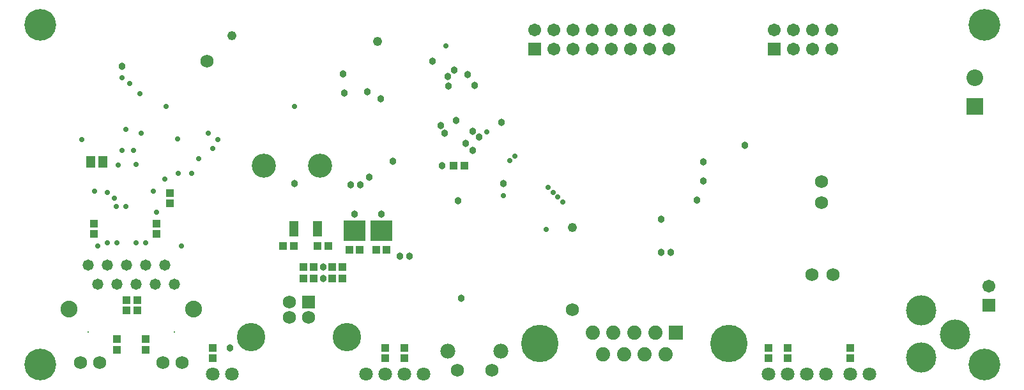
<source format=gbs>
%FSLAX43Y43*%
%MOMM*%
%SFA1B1*%

%IPPOS*%
%ADD83R,1.002998X1.102998*%
%ADD84R,1.102998X1.002998*%
%ADD98C,1.702997*%
%ADD99R,1.702997X1.702997*%
%ADD100C,4.202992*%
%ADD101C,0.964998*%
%ADD102C,3.202994*%
%ADD103C,0.710999*%
%ADD104C,1.218998*%
%ADD105C,1.726997*%
%ADD106R,1.702997X1.702997*%
%ADD107C,4.012992*%
%ADD108C,1.802996*%
%ADD109C,4.962990*%
%ADD110R,1.892996X1.892996*%
%ADD111C,1.892996*%
%ADD112C,3.758992*%
%ADD113R,1.726997X1.726997*%
%ADD114C,0.203000*%
%ADD115C,2.234996*%
%ADD116C,1.472997*%
%ADD117C,1.980996*%
%ADD118C,2.202996*%
%ADD119R,2.202996X2.202996*%
%ADD120R,1.202998X1.502997*%
%ADD121R,1.202998X2.002996*%
%ADD122R,2.996994X2.742995*%
%LNlp_led_cube_8x8x8-1*%
%LPD*%
G54D83*
X103693Y89280D03*
X105093D03*
X85154Y75818D03*
X83754D03*
X85154Y74294D03*
X83754D03*
X81087Y78612D03*
X82487D03*
X87059D03*
X85659D03*
X94806Y78104D03*
X93406D03*
X89850D03*
X91250D03*
X87564Y74294D03*
X88964D03*
X87564Y75818D03*
X88964D03*
G54D84*
X64261Y80198D03*
Y81598D03*
X56006Y80198D03*
Y81598D03*
X66039Y85662D03*
Y84262D03*
X62864Y64831D03*
Y66231D03*
X59054Y64831D03*
Y66231D03*
X61721Y70038D03*
Y71438D03*
X60324Y70038D03*
Y71438D03*
X147954Y65088D03*
Y63688D03*
X145414Y65088D03*
Y63688D03*
X156209Y65088D03*
Y63688D03*
X97154Y65088D03*
Y63688D03*
X94614Y65088D03*
Y63688D03*
X71754Y65088D03*
Y63688D03*
G54D98*
X132181Y107314D03*
Y104774D03*
X129641Y107314D03*
Y104774D03*
X127101Y107314D03*
Y104774D03*
X124561Y107314D03*
Y104774D03*
X122021Y107314D03*
Y104774D03*
X119481Y107314D03*
Y104774D03*
X116941Y107314D03*
Y104774D03*
X114401Y107314D03*
X174624Y73278D03*
X153771Y107314D03*
Y104774D03*
X151231Y107314D03*
Y104774D03*
X148691Y107314D03*
Y104774D03*
X146151Y107314D03*
G54D99*
X114401Y104774D03*
X146151D03*
G54D100*
X173989Y107949D03*
X48894D03*
X173989Y62864D03*
X48894D03*
G54D101*
X92201Y99059D03*
X89026Y101472D03*
X100837Y103123D03*
X107060Y93090D03*
X106171Y93852D03*
X104012Y95249D03*
X92455Y87757D03*
X82549Y86867D03*
X105536Y101345D03*
X102996Y99821D03*
X102869Y101091D03*
X103758Y101980D03*
X106425Y99948D03*
X102488Y93598D03*
X101980Y94614D03*
X105282Y92201D03*
X106171Y91312D03*
X105282Y92201D03*
X106171Y91312D03*
X131190Y82184D03*
Y77723D03*
X132460D03*
X136778Y87248D03*
X142309Y91947D03*
X135889Y84708D03*
X136778Y89788D03*
X95630Y89811D03*
X102107Y89280D03*
X109981Y94995D03*
X110235Y86867D03*
X104266Y84581D03*
X74040Y65023D03*
X97789Y77215D03*
X96519D03*
X86359Y74294D03*
Y75818D03*
X104727Y71627D03*
X90550Y82803D03*
X94106D03*
X91312Y86740D03*
X90042D03*
X89153Y98932D03*
X93979Y98170D03*
X59689Y102488D03*
G54D102*
X85998Y89280D03*
X78498D03*
G54D103*
X62229Y93598D03*
X72389Y92709D03*
X61213Y91312D03*
X71119Y93598D03*
X60197Y83819D03*
X58927D03*
X67563Y78612D03*
X69849Y90169D03*
X71754Y91567D03*
X62864Y78993D03*
X64261Y83057D03*
X68960Y88264D03*
X67182D03*
X65404Y87502D03*
X57784Y78993D03*
X56514Y78612D03*
X65531Y97154D03*
X67055Y92836D03*
X62102Y98805D03*
X60705Y100202D03*
X59689Y100964D03*
X60233Y94070D03*
X59054Y78993D03*
X61594D03*
X58675Y84962D03*
X57784Y85724D03*
X56071Y85913D03*
X63880Y85851D03*
X59209Y89379D03*
X59689Y91312D03*
X61594Y89407D03*
X60233Y94070D03*
X54355Y92709D03*
X111759Y90550D03*
X111124Y89915D03*
X116204Y86359D03*
X116839Y85724D03*
X117474Y85089D03*
X118109Y84454D03*
X108044Y93788D03*
X102615Y105155D03*
X110235Y85288D03*
X115950Y80771D03*
X82549Y97154D03*
G54D104*
X119379Y81090D03*
X93598Y105790D03*
X74294Y106552D03*
G54D105*
X119379Y70103D03*
X81914Y71183D03*
Y69150D03*
X84454D03*
X54228Y63118D03*
X56768D03*
X67690D03*
X65150D03*
X151129Y74802D03*
X153923D03*
X152399Y84327D03*
Y87121D03*
X108774Y62102D03*
X104202D03*
X70992Y103123D03*
G54D106*
X174624Y70738D03*
G54D107*
X165670Y70039D03*
X170116Y66865D03*
X165670Y63817D03*
G54D108*
X156209Y61594D03*
X158749D03*
X150494D03*
X153034D03*
X145414D03*
X147954D03*
X97154D03*
X99694D03*
X92074D03*
X94614D03*
X71754D03*
X74294D03*
G54D109*
X115139Y65633D03*
X140129D03*
G54D110*
X133174Y67053D03*
G54D111*
X131789Y64213D03*
X130404Y67053D03*
X129019Y64213D03*
X127634Y67053D03*
X126249Y64213D03*
X124864Y67053D03*
X123479Y64213D03*
X122094Y67053D03*
G54D112*
X76834Y66483D03*
X89534D03*
G54D113*
X84454Y71183D03*
G54D114*
X55244Y67182D03*
X66674D03*
G54D115*
X52704Y70230D03*
X69214D03*
G54D116*
X66674Y73532D03*
X64134D03*
X61594D03*
X65404Y76072D03*
X62864D03*
X60324D03*
X59054Y73532D03*
X57784Y76072D03*
X56514Y73532D03*
X55244Y76072D03*
G54D117*
X109918Y64642D03*
X102933D03*
G54D118*
X172719Y100964D03*
G54D119*
X172719Y97154D03*
G54D120*
X55587Y89788D03*
X57187D03*
G54D121*
X82473Y80918D03*
X85673D03*
G54D122*
X94106Y80644D03*
X90550D03*
M02*
</source>
